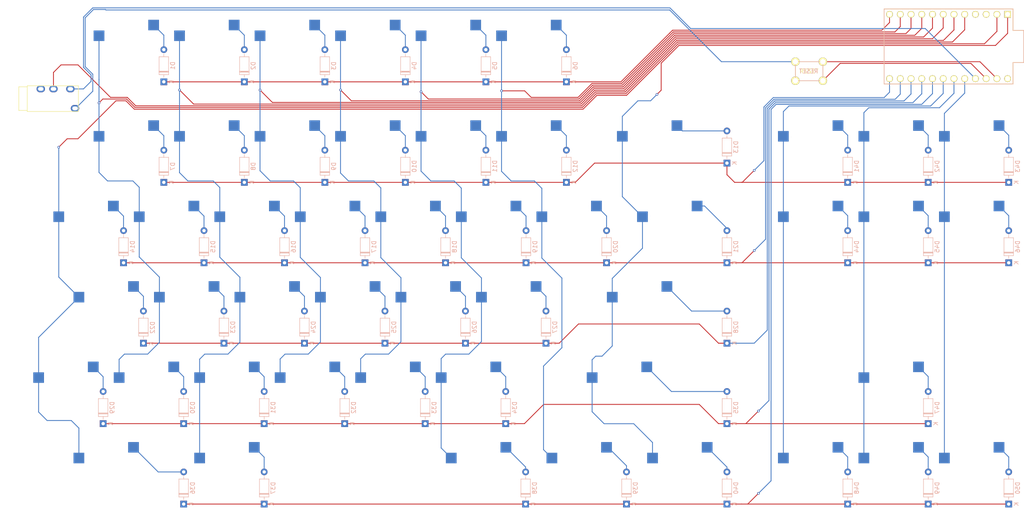
<source format=kicad_pcb>
(kicad_pcb (version 20221018) (generator pcbnew)
  (layers (0 "F.Cu" signal) (31 "B.Cu" signal) (34 "B.Paste" user) (35 "F.Paste" user) (36 "B.SilkS" user "B.Silkscreen") (37 "F.SilkS" user "F.Silkscreen") (38 "B.Mask" user) (39 "F.Mask" user) (44 "Edge.Cuts" user))
  (net 0 "")
  (net 5 "row6")
  (net 6 "row5")
  (net 7 "row4")
  (net 8 "row3")
  (net 9 "row2")
  (net 10 "row1")
  (net 11 "col9")
  (net 12 "col8")
  (net 13 "col7")
  (net 14 "col6")
  (net 15 "col5")
  (net 16 "col4")
  (net 17 "col3")
  (net 18 "col2")
  (net 19 "col11")
  (net 20 "col10")
  (net 21 "col1")
  (net 22 "VCC")
  (net 23 "SCL")
  (net 24 "RESET")
  (net 25 "Net-(D9-A)")
  (net 26 "Net-(D8-A)")
  (net 27 "Net-(D7-A)")
  (net 28 "Net-(D6-A)")
  (net 29 "Net-(D50-A)")
  (net 30 "Net-(D5-A)")
  (net 31 "Net-(D49-A)")
  (net 32 "Net-(D48-A)")
  (net 33 "Net-(D47-A)")
  (net 34 "Net-(D46-A)")
  (net 35 "Net-(D45-A)")
  (net 36 "Net-(D44-A)")
  (net 37 "Net-(D43-A)")
  (net 38 "Net-(D42-A)")
  (net 39 "Net-(D41-A)")
  (net 40 "Net-(D40-A)")
  (net 41 "Net-(D4-A)")
  (net 42 "Net-(D39-A)")
  (net 43 "Net-(D38-A)")
  (net 44 "Net-(D37-A)")
  (net 45 "Net-(D36-A)")
  (net 46 "Net-(D35-A)")
  (net 47 "Net-(D34-A)")
  (net 48 "Net-(D33-A)")
  (net 49 "Net-(D32-A)")
  (net 50 "Net-(D31-A)")
  (net 51 "Net-(D30-A)")
  (net 52 "Net-(D3-A)")
  (net 53 "Net-(D29-A)")
  (net 54 "Net-(D28-A)")
  (net 55 "Net-(D27-A)")
  (net 56 "Net-(D26-A)")
  (net 57 "Net-(D25-A)")
  (net 58 "Net-(D24-A)")
  (net 59 "Net-(D23-A)")
  (net 60 "Net-(D22-A)")
  (net 61 "Net-(D21-A)")
  (net 62 "Net-(D20-A)")
  (net 63 "Net-(D2-A)")
  (net 64 "Net-(D19-A)")
  (net 65 "Net-(D18-A)")
  (net 66 "Net-(D17-A)")
  (net 67 "Net-(D16-A)")
  (net 68 "Net-(D15-A)")
  (net 69 "Net-(D14-A)")
  (net 70 "Net-(D13-A)")
  (net 71 "Net-(D12-A)")
  (net 72 "Net-(D11-A)")
  (net 73 "Net-(D10-A)")
  (net 74 "Net-(D1-A)")
  (net 75 "GND")
  (footprint "MX_Only:MXOnly-1U-Hotswap" (layer "F.Cu") (at 103.1875 80.01)
    (fp_text reference "MX17")
    (fp_text value "MX-NoLED")
  )
  (footprint "MX_Only:MXOnly-1.5U-Hotswap" (layer "F.Cu") (at 184.15 80.01)
    (fp_text reference "MX21")
    (fp_text value "MX-NoLED")
  )
  (footprint "MX_Only:MXOnly-1U-Hotswap" (layer "F.Cu") (at 117.475 118.11)
    (fp_text reference "MX33")
    (fp_text value "MX-NoLED")
  )
  (footprint "MX_Only:MXOnly-1U-Hotswap" (layer "F.Cu") (at 74.6125 60.96)
    (fp_text reference "MX8")
    (fp_text value "MX-NoLED")
  )
  (footprint "MX_Only:MXOnly-2U-Hotswap" (layer "F.Cu") (at 50.8 137.16)
    (fp_text reference "MX36")
    (fp_text value "MX-NoLED")
  )
  (footprint "MX_Only:MXOnly-1U-Hotswap" (layer "F.Cu") (at 236.5375 60.96)
    (fp_text reference "MX42")
    (fp_text value "MX-NoLED")
  )
  (footprint "MX_Only:MXOnly-1U-Hotswap" (layer "F.Cu") (at 255.5875 80.01)
    (fp_text reference "MX46")
    (fp_text value "MX-NoLED")
  )
  (footprint "MX_Only:MXOnly-1U-Hotswap" (layer "F.Cu") (at 98.425 118.11)
    (fp_text reference "MX32")
    (fp_text value "MX-NoLED")
  )
  (footprint "MX_Only:MXOnly-1U-Hotswap" (layer "F.Cu") (at 69.85 99.06)
    (fp_text reference "MX23")
    (fp_text value "MX-NoLED")
  )
  (footprint "MX_Only:MXOnly-1U-Hotswap" (layer "F.Cu") (at 79.375 137.16)
    (fp_text reference "MX37")
    (fp_text value "MX-NoLED")
  )
  (footprint "MX_Only:MXOnly-1U-Hotswap" (layer "F.Cu") (at 236.5375 80.01)
    (fp_text reference "MX45")
    (fp_text value "MX-NoLED")
  )
  (footprint "MX_Only:MXOnly-1U-Hotswap" (layer "F.Cu") (at 146.05 99.06)
    (fp_text reference "MX27")
    (fp_text value "MX-NoLED")
  )
  (footprint "MX_Only:MXOnly-1U-Hotswap" (layer "F.Cu") (at 112.7125 37.1475)
    (fp_text reference "MX4")
    (fp_text value "MX-NoLED")
  )
  (footprint "MX_Only:MXOnly-2U-Hotswap" (layer "F.Cu") (at 179.3875 60.96)
    (fp_text reference "MX13")
    (fp_text value "MX-NoLED")
  )
  (footprint "MX_Only:MXOnly-1U-Hotswap" (layer "F.Cu") (at 41.275 118.11)
    (fp_text reference "MX29")
    (fp_text value "MX-NoLED")
  )
  (footprint "MX_Only:MXOnly-1U-Hotswap" (layer "F.Cu") (at 122.2375 80.01)
    (fp_text reference "MX18")
    (fp_text value "MX-NoLED")
  )
  (footprint "MX_Only:MXOnly-1U-Hotswap" (layer "F.Cu") (at 160.3375 80.01)
    (fp_text reference "MX20")
    (fp_text value "MX-NoLED")
  )
  (footprint "MX_Only:MXOnly-1U-Hotswap" (layer "F.Cu") (at 217.4875 137.16)
    (fp_text reference "MX48")
    (fp_text value "MX-NoLED")
  )
  (footprint "promicro:ProMicro" (layer "F.Cu") (at 249.5 37.1475 180)
    (fp_text reference "U1" hide)
    (fp_text value "ProMicro")
  )
  (footprint "MX_Only:MXOnly-1U-Hotswap" (layer "F.Cu") (at 93.6625 60.96)
    (fp_text reference "MX9")
    (fp_text value "MX-NoLED")
  )
  (footprint "MX_Only:MXOnly-1U-Hotswap" (layer "F.Cu") (at 141.2875 80.01)
    (fp_text reference "MX19")
    (fp_text value "MX-NoLED")
  )
  (footprint "MX_Only:MXOnly-1U-Hotswap" (layer "F.Cu") (at 107.95 99.06)
    (fp_text reference "MX25")
    (fp_text value "MX-NoLED")
  )
  (footprint "MX_Only:MXOnly-1U-Hotswap" (layer "F.Cu") (at 127 99.06)
    (fp_text reference "MX26")
    (fp_text value "MX-NoLED")
  )
  (footprint "MX_Only:MXOnly-1U-Hotswap" (layer "F.Cu") (at 93.6625 37.1475)
    (fp_text reference "MX3")
    (fp_text value "MX-NoLED")
  )
  (footprint "MX_Only:MXOnly-1U-Hotswap" (layer "F.Cu") (at 79.375 118.11)
    (fp_text reference "MX31")
    (fp_text value "MX-NoLED")
  )
  (footprint "MX_Only:MXOnly-1U-Hotswap" (layer "F.Cu") (at 112.7125 60.96)
    (fp_text reference "MX10")
    (fp_text value "MX-NoLED")
  )
  (footprint "MX_Only:MXOnly-1U-Hotswap" (layer "F.Cu") (at 236.5375 137.16)
    (fp_text reference "MX49")
    (fp_text value "MX-NoLED")
  )
  (footprint "MX_Only:MXOnly-1U-Hotswap" (layer "F.Cu") (at 131.7625 60.96)
    (fp_text reference "MX11")
    (fp_text value "MX-NoLED")
  )
  (footprint "MX_Only:MXOnly-2.25U-Hotswap" (layer "F.Cu") (at 177.00625 99.06)
    (fp_text reference "MX28")
    (fp_text value "MX-NoLED")
  )
  (footprint "MX_Only:MXOnly-1U-Hotswap" (layer "F.Cu") (at 150.8125 60.96)
    (fp_text reference "MX12")
    (fp_text value "MX-NoLED")
  )
  (footprint "MX_Only:MXOnly-1U-Hotswap" (layer "F.Cu") (at 217.4875 80.01)
    (fp_text reference "MX44")
    (fp_text value "MX-NoLED")
  )
  (footprint "MX_Only:MXOnly-1.25U-Hotswap" (layer "F.Cu") (at 186.53125 137.16)
    (fp_text reference "MX40")
    (fp_text value "MX-NoLED")
  )
  (footprint "MX_Only:MXOnly-1U-Hotswap" (layer "F.Cu") (at 50.8 99.06)
    (fp_text reference "MX22")
    (fp_text value "MX-NoLED")
  )
  (footprint "MX_Only:MXOnly-1U-Hotswap" (layer "F.Cu") (at 46.0375 80.01)
    (fp_text reference "MX14")
    (fp_text value "MX-NoLED")
  )
  (footprint "MX_Only:MXOnly-2.75U-Hotswap" (layer "F.Cu") (at 172.24375 118.11)
    (fp_text reference "MX35")
    (fp_text value "MX-NoLED")
  )
  (footprint "MX_Only:MXOnly-1U-Hotswap" (layer "F.Cu") (at 88.9 99.06)
    (fp_text reference "MX24")
    (fp_text value "MX-NoLED")
  )
  (footprint "MX_Only:MXOnly-1U-Hotswap" (layer "F.Cu") (at 255.5875 60.96)
    (fp_text reference "MX43")
    (fp_text value "MX-NoLED")
  )
  (footprint "MX_Only:MXOnly-1.25U-Hotswap" (layer "F.Cu") (at 138.90625 137.16)
    (fp_text reference "MX38")
    (fp_text value "MX-NoLED")
  )
  (footprint "MX_Only:MXOnly-1U-Hotswap" (layer "F.Cu") (at 55.5625 60.96)
    (fp_text reference "MX7")
    (fp_text value "MX-NoLED")
  )
  (footprint "reset:ResetSW_4P" (layer "F.Cu") (at 216.5 43 180)
    (fp_text reference "RESET1" hide)
    (fp_text value "SW_Push")
  )
  (footprint "MX_Only:MXOnly-1U-Hotswap" (layer "F.Cu") (at 60.325 118.11)
    (fp_text reference "MX30")
    (fp_text value "MX-NoLED")
  )
  (footprint "pj320:TRRS-PJ-320A" (layer "F.Cu") (at 31.5 49.5 90)
    (fp_text reference "U2")
    (fp_text value "PJ-320A")
  )
  (footprint "MX_Only:MXOnly-1U-Hotswap" (layer "F.Cu") (at 217.4875 60.96)
    (fp_text reference "MX41")
    (fp_text value "MX-NoLED")
  )
  (footprint "MX_Only:MXOnly-1U-Hotswap" (layer "F.Cu") (at 136.525 118.11)
    (fp_text reference "MX34")
    (fp_text value "MX-NoLED")
  )
  (footprint "MX_Only:MXOnly-1U-Hotswap" (layer "F.Cu") (at 236.5375 118.11)
    (fp_text reference "MX47")
    (fp_text value "MX-NoLED")
  )
  (footprint "MX_Only:MXOnly-1U-Hotswap" (layer "F.Cu") (at 74.6125 37.1475)
    (fp_text reference "MX2")
    (fp_text value "MX-NoLED")
  )
  (footprint "MX_Only:MXOnly-1U-Hotswap" (layer "F.Cu") (at 150.8125 37.1475)
    (fp_text reference "MX6")
    (fp_text value "MX-NoLED")
  )
  (footprint "MX_Only:MXOnly-1.25U-Hotswap" (layer "F.Cu") (at 162.71875 137.16)
    (fp_text reference "MX39")
    (fp_text value "MX-NoLED")
  )
  (footprint "MX_Only:MXOnly-1U-Hotswap" (layer "F.Cu") (at 131.7625 37.1475)
    (fp_text reference "MX5")
    (fp_text value "MX-NoLED")
  )
  (footprint "MX_Only:MXOnly-1U-Hotswap" (layer "F.Cu") (at 65.0875 80.01)
    (fp_text reference "MX15")
    (fp_text value "MX-NoLED")
  )
  (footprint "MX_Only:MXOnly-1U-Hotswap" (layer "F.Cu") (at 55.5625 37.1475)
    (fp_text reference "MX1")
    (fp_text value "MX-NoLED")
  )
  (footprint "MX_Only:MXOnly-1U-Hotswap" (layer "F.Cu") (at 84.1375 80.01)
    (fp_text reference "MX16")
    (fp_text value "MX-NoLED")
  )
  (footprint "MX_Only:MXOnly-1U-Hotswap" (layer "F.Cu") (at 255.5875 137.16)
    (fp_text reference "MX50")
    (fp_text value "MX-NoLED")
  )
  (footprint "Diode_THT:D_DO-35_SOD27_P7.62mm_Horizontal" (layer "B.Cu") (at 87.5625 145.53 90)
    (fp_text reference "D37")
    (fp_text value "1N4148")
  )
  (footprint "Diode_THT:D_DO-35_SOD27_P7.62mm_Horizontal" (layer "B.Cu") (at 244.6775 145.53 90)
    (fp_text reference "D49")
    (fp_text value "1N4148")
  )
  (footprint "Diode_THT:D_DO-35_SOD27_P7.62mm_Horizontal" (layer "B.Cu") (at 135.1875 107.43 90)
    (fp_text reference "D26")
    (fp_text value "1N4148")
  )
  (footprint "Diode_THT:D_DO-35_SOD27_P7.62mm_Horizontal" (layer "B.Cu") (at 263.7275 69.33 90)
    (fp_text reference "D43")
    (fp_text value "1N4148")
  )
  (footprint "Diode_THT:D_DO-35_SOD27_P7.62mm_Horizontal" (layer "B.Cu") (at 82.8625 69.33 90)
    (fp_text reference "D8")
    (fp_text value "1N4148")
  )
  (footprint "Diode_THT:D_DO-35_SOD27_P7.62mm_Horizontal" (layer "B.Cu") (at 82.8625 45.5175 90)
    (fp_text reference "D2")
    (fp_text value "1N4148")
  )
  (footprint "Diode_THT:D_DO-35_SOD27_P7.62mm_Horizontal" (layer "B.Cu") (at 54.2875 88.38 90)
    (fp_text reference "D14")
    (fp_text value "1N4148")
  )
  (footprint "Diode_THT:D_DO-35_SOD27_P7.62mm_Horizontal" (layer "B.Cu") (at 130.4725 88.38 90)
    (fp_text reference "D18")
    (fp_text value "1N4148")
  )
  (footprint "Diode_THT:D_DO-35_SOD27_P7.62mm_Horizontal" (layer "B.Cu") (at 63.8125 45.5175 90)
    (fp_text reference "D1")
    (fp_text value "1N4148")
  )
  (footprint "Diode_THT:D_DO-35_SOD27_P7.62mm_Horizontal" (layer "B.Cu") (at 101.9125 45.5175 90)
    (fp_text reference "D3")
    (fp_text value "1N4148")
  )
  (footprint "Diode_THT:D_DO-35_SOD27_P7.62mm_Horizontal" (layer "B.Cu") (at 116.1375 107.43 90)
    (fp_text reference "D25")
    (fp_text value "1N4148")
  )
  (footprint "Diode_THT:D_DO-35_SOD27_P7.62mm_Horizontal" (layer "B.Cu") (at 106.6125 126.48 90)
    (fp_text reference "D32")
    (fp_text value "1N4148")
  )
  (footprint "Diode_THT:D_DO-35_SOD27_P7.62mm_Horizontal" (layer "B.Cu") (at 225.6275 69.33 90)
    (fp_text reference "D41")
    (fp_text value "1N4148")
  )
  (footprint "Diode_THT:D_DO-35_SOD27_P7.62mm_Horizontal" (layer "B.Cu") (at 97.0875 107.43 90)
    (fp_text reference "D24")
    (fp_text value "1N4148")
  )
  (footprint "Diode_THT:D_DO-35_SOD27_P7.62mm_Horizontal" (layer "B.Cu") (at 149.5225 88.38 90)
    (fp_text reference "D19")
    (fp_text value "1N4148")
  )
  (footprint "Diode_THT:D_DO-35_SOD27_P7.62mm_Horizontal" (layer "B.Cu") (at 120.9625 69.33 90)
    (fp_text reference "D10")
    (fp_text value "1N4148")
  )
  (footprint "Diode_THT:D_DO-35_SOD27_P7.62mm_Horizontal" (layer "B.Cu") (at 173.2875 145.53 90)
    (fp_text reference "D39")
    (fp_text value "1N4148")
  )
  (footprint "Diode_THT:D_DO-35_SOD27_P7.62mm_Horizontal" (layer "B.Cu") (at 263.7275 88.38 90)
    (fp_text reference "D46")
    (fp_text value "1N4148")
  )
  (footprint "Diode_THT:D_DO-35_SOD27_P7.62mm_Horizontal" (layer "B.Cu") (at 120.9625 45.5175 90)
    (fp_text reference "D4")
    (fp_text value "1N4148")
  )
  (footprint "Diode_THT:D_DO-35_SOD27_P7.62mm_Horizontal" (layer "B.Cu") (at 197.0525 88.38 90)
    (fp_text reference "D21")
    (fp_text value "1N4148")
  )
  (footprint "Diode_THT:D_DO-35_SOD27_P7.62mm_Horizontal" (layer "B.Cu") (at 197.0525 145.53 90)
    (fp_text reference "D40")
    (fp_text value "1N4148")
  )
  (footprint "Diode_THT:D_DO-35_SOD27_P7.62mm_Horizontal" (layer "B.Cu") (at 263.7275 145.53 90)
    (fp_text reference "D50")
    (fp_text value "1N4148")
  )
  (footprint "Diode_THT:D_DO-35_SOD27_P7.62mm_Horizontal" (layer "B.Cu") (at 149.4275 145.53 90)
    (fp_text reference "D38")
    (fp_text value "1N4148")
  )
  (footprint "Diode_THT:D_DO-35_SOD27_P7.62mm_Horizontal" (layer "B.Cu") (at 125.6625 126.48 90)
    (fp_text reference "D33")
    (fp_text value "1N4148")
  )
  (footprint "Diode_THT:D_DO-35_SOD27_P7.62mm_Horizontal" (layer "B.Cu") (at 168.5775 88.38 90)
    (fp_text reference "D20")
    (fp_text value "1N4148")
  )
  (footprint "Diode_THT:D_DO-35_SOD27_P7.62mm_Horizontal" (layer "B.Cu") (at 244.6775 126.48 90)
    (fp_text reference "D47")
    (fp_text value "1N4148")
  )
  (footprint "Diode_THT:D_DO-35_SOD27_P7.62mm_Horizontal" (layer "B.Cu") (at 197.0525 64.77 90)
    (fp_text reference "D13")
    (fp_text value "1N4148")
  )
  (footprint "Diode_THT:D_DO-35_SOD27_P7.62mm_Horizontal" (layer "B.Cu") (at 92.3725 88.38 90)
    (fp_text reference "D16")
    (fp_text value "1N4148")
  )
  (footprint "Diode_THT:D_DO-35_SOD27_P7.62mm_Horizontal" (layer "B.Cu") (at 68.5125 126.48 90)
    (fp_text reference "D30")
    (fp_text value "1N4148")
  )
  (footprint "Diode_THT:D_DO-35_SOD27_P7.62mm_Horizontal" (layer "B.Cu") (at 87.5625 126.48 90)
    (fp_text reference "D31")
    (fp_text value "1N4148")
  )
  (footprint "Diode_THT:D_DO-35_SOD27_P7.62mm_Horizontal" (layer "B.Cu") (at 111.4225 88.38 90)
    (fp_text reference "D17")
    (fp_text value "1N4148")
  )
  (footprint "Diode_THT:D_DO-35_SOD27_P7.62mm_Horizontal" (layer "B.Cu") (at 197.0525 126.48 90)
    (fp_text reference "D35")
    (fp_text value "1N4148")
  )
  (footprint "Diode_THT:D_DO-35_SOD27_P7.62mm_Horizontal" (layer "B.Cu") (at 73.3225 88.38 90)
    (fp_text reference "D15")
    (fp_text value "1N4148")
  )
  (footprint "Diode_THT:D_DO-35_SOD27_P7.62mm_Horizontal" (layer "B.Cu") (at 78.0375 107.43 90)
    (fp_text reference "D23")
    (fp_text value "1N4148")
  )
  (footprint "Diode_THT:D_DO-35_SOD27_P7.62mm_Horizontal" (layer "B.Cu") (at 225.6275 88.38 90)
    (fp_text reference "D44")
    (fp_text value "1N4148")
  )
  (footprint "Diode_THT:D_DO-35_SOD27_P7.62mm_Horizontal" (layer "B.Cu") (at 140.0125 69.33 90)
    (fp_text reference "D11")
    (fp_text value "1N4148")
  )
  (footprint "Diode_THT:D_DO-35_SOD27_P7.62mm_Horizontal" (layer "B.Cu") (at 68.5125 145.53 90)
    (fp_text reference "D36")
    (fp_text value "1N4148")
  )
  (footprint "Diode_THT:D_DO-35_SOD27_P7.62mm_Horizontal" (layer "B.Cu") (at 159.0625 45.5175 90)
    (fp_text reference "D6")
    (fp_text value "1N4148")
  )
  (footprint "Diode_THT:D_DO-35_SOD27_P7.62mm_Horizontal" (layer "B.Cu") (at 154.2375 107.43 90)
    (fp_text reference "D27")
    (fp_text value "1N4148")
  )
  (footprint "Diode_THT:D_DO-35_SOD27_P7.62mm_Horizontal" (layer "B.Cu") (at 244.6775 88.38 90)
    (fp_text reference "D45")
    (fp_text value "1N4148")
  )
  (footprint "Diode_THT:D_DO-35_SOD27_P7.62mm_Horizontal" (layer "B.Cu") (at 159.0625 69.33 90)
    (fp_text reference "D12")
    (fp_text value "1N4148")
  )
  (footprint "Diode_THT:D_DO-35_SOD27_P7.62mm_Horizontal" (layer "B.Cu") (at 225.6275 145.53 90)
    (fp_text reference "D48")
    (fp_text value "1N4148")
  )
  (footprint "Diode_THT:D_DO-35_SOD27_P7.62mm_Horizontal" (layer "B.Cu") (at 144.7125 126.48 90)
    (fp_text reference "D34")
    (fp_text value "1N4148")
  )
  (footprint "Diode_THT:D_DO-35_SOD27_P7.62mm_Horizontal" (layer "B.Cu") (at 140.0125 45.5175 90)
    (fp_text reference "D5")
    (fp_text value "1N4148")
  )
  (footprint "Diode_THT:D_DO-35_SOD27_P7.62mm_Horizontal" (layer "B.Cu") (at 49.4625 126.48 90)
    (fp_text reference "D29")
    (fp_text value "1N4148")
  )
  (footprint "Diode_THT:D_DO-35_SOD27_P7.62mm_Horizontal" (layer "B.Cu") (at 244.6775 69.33 90)
    (fp_text reference "D42")
    (fp_text value "1N4148")
  )
  (footprint "Diode_THT:D_DO-35_SOD27_P7.62mm_Horizontal" (layer "B.Cu") (at 197.0525 107.43 90)
    (fp_text reference "D28")
    (fp_text value "1N4148")
  )
  (footprint "Diode_THT:D_DO-35_SOD27_P7.62mm_Horizontal" (layer "B.Cu") (at 63.8125 69.33 90)
    (fp_text reference "D7")
    (fp_text value "1N4148")
  )
  (footprint "Diode_THT:D_DO-35_SOD27_P7.62mm_Horizontal" (layer "B.Cu") (at 101.9125 69.33 90)
    (fp_text reference "D9")
    (fp_text value "1N4148")
  )
  (footprint "Diode_THT:D_DO-35_SOD27_P7.62mm_Horizontal" (layer "B.Cu") (at 58.9875 107.43 90)
    (fp_text reference "D22")
    (fp_text value "1N4148")
  )
  (segment (start 200.5 145.53) (end 68.5125 145.53) (width 0.2) (layer "F.Cu") (net 5))
  (segment (start 263.7275 145.53) (end 200.5 145.53) (width 0.2) (layer "F.Cu") (net 5))
  (segment (start 204.5 143) (end 201.97 145.53) (width 0.2) (layer "F.Cu") (net 5))
  (via (at 204.5 143) (size 0.6) (drill 0.3) (layers "F.Cu" "B.Cu") (net 5))
  (segment (start 245.69 48.31) (end 245.69 44.7675) (width 0.2) (layer "B.Cu") (net 5))
  (segment (start 243.15 50.85) (end 245.69 48.31) (width 0.2) (layer "B.Cu") (net 5))
  (segment (start 204.5 143) (end 207.5 140) (width 0.2) (layer "B.Cu") (net 5))
  (segment (start 207.5 52.042744) (end 208.692744 50.85) (width 0.2) (layer "B.Cu") (net 5))
  (segment (start 208.692744 50.85) (end 243.15 50.85) (width 0.2) (layer "B.Cu") (net 5))
  (segment (start 207.5 140) (end 207.5 52.042744) (width 0.2) (layer "B.Cu") (net 5))
  (segment (start 153.69375 121.92) (end 149.13375 126.48) (width 0.2) (layer "F.Cu") (net 6))
  (segment (start 244.6775 126.48) (end 197.0525 126.48) (width 0.2) (layer "F.Cu") (net 6))
  (segment (start 190.5 121.92) (end 153.69375 121.92) (width 0.2) (layer "F.Cu") (net 6))
  (segment (start 204.5 123.5) (end 201.52 126.48) (width 0.2) (layer "F.Cu") (net 6))
  (segment (start 197.0525 126.48) (end 195.06 126.48) (width 0.2) (layer "F.Cu") (net 6))
  (segment (start 49.4625 126.48) (end 144.7125 126.48) (width 0.2) (layer "F.Cu") (net 6))
  (segment (start 149.13375 126.48) (end 144.7125 126.48) (width 0.2) (layer "F.Cu") (net 6))
  (segment (start 195.06 126.48) (end 190.5 121.92) (width 0.2) (layer "F.Cu") (net 6))
  (via (at 204.5 123.5) (size 0.6) (drill 0.3) (layers "F.Cu" "B.Cu") (net 6))
  (segment (start 207 121) (end 207 51.977058) (width 0.2) (layer "B.Cu") (net 6))
  (segment (start 208.527058 50.45) (end 241.05 50.45) (width 0.2) (layer "B.Cu") (net 6))
  (segment (start 204.5 123.5) (end 207 121) (width 0.2) (layer "B.Cu") (net 6))
  (segment (start 241.05 50.45) (end 243.15 48.35) (width 0.2) (layer "B.Cu") (net 6))
  (segment (start 207 51.977058) (end 208.527058 50.45) (width 0.2) (layer "B.Cu") (net 6))
  (segment (start 243.15 48.35) (end 243.15 44.7675) (width 0.2) (layer "B.Cu") (net 6))
  (segment (start 157.365 107.43) (end 161.925 102.87) (width 0.2) (layer "F.Cu") (net 7))
  (segment (start 161.925 102.87) (end 190.5 102.87) (width 0.2) (layer "F.Cu") (net 7))
  (segment (start 195.06 107.43) (end 197.0525 107.43) (width 0.2) (layer "F.Cu") (net 7))
  (segment (start 58.9875 107.43) (end 154.2375 107.43) (width 0.2) (layer "F.Cu") (net 7))
  (segment (start 190.5 102.87) (end 195.06 107.43) (width 0.2) (layer "F.Cu") (net 7))
  (segment (start 154.2375 107.43) (end 157.365 107.43) (width 0.2) (layer "F.Cu") (net 7))
  (segment (start 203.5 107.43) (end 197.0525 107.43) (width 0.2) (layer "B.Cu") (net 7))
  (segment (start 238.95 50.05) (end 208.361372 50.05) (width 0.2) (layer "B.Cu") (net 7))
  (segment (start 208.361372 50.05) (end 206.6 51.811372) (width 0.2) (layer "B.Cu") (net 7))
  (segment (start 240.61 44.7675) (end 240.61 48.39) (width 0.2) (layer "B.Cu") (net 7))
  (segment (start 206.6 104.33) (end 203.5 107.43) (width 0.2) (layer "B.Cu") (net 7))
  (segment (start 240.61 48.39) (end 238.95 50.05) (width 0.2) (layer "B.Cu") (net 7))
  (segment (start 206.6 51.811372) (end 206.6 104.33) (width 0.2) (layer "B.Cu") (net 7))
  (segment (start 200.62 88.38) (end 203.5 85.5) (width 0.2) (layer "F.Cu") (net 8))
  (segment (start 263.7275 88.38) (end 54.2875 88.38) (width 0.2) (layer "F.Cu") (net 8))
  (via (at 203.5 85.5) (size 0.6) (drill 0.3) (layers "F.Cu" "B.Cu") (net 8))
  (segment (start 206.2 51.645686) (end 208.195686 49.65) (width 0.2) (layer "B.Cu") (net 8))
  (segment (start 203.5 85.5) (end 206.2 82.8) (width 0.2) (layer "B.Cu") (net 8))
  (segment (start 236.85 49.65) (end 238.07 48.43) (width 0.2) (layer "B.Cu") (net 8))
  (segment (start 208.195686 49.65) (end 236.85 49.65) (width 0.2) (layer "B.Cu") (net 8))
  (segment (start 238.07 48.43) (end 238.07 44.7675) (width 0.2) (layer "B.Cu") (net 8))
  (segment (start 206.2 82.8) (end 206.2 51.645686) (width 0.2) (layer "B.Cu") (net 8))
  (segment (start 165.735 64.77) (end 197.0525 64.77) (width 0.2) (layer "F.Cu") (net 9))
  (segment (start 200.5 69.33) (end 200.67 69.33) (width 0.2) (layer "F.Cu") (net 9))
  (segment (start 263.7275 69.33) (end 225.6275 69.33) (width 0.2) (layer "F.Cu") (net 9))
  (segment (start 197.0525 67.5125) (end 197.0525 64.77) (width 0.2) (layer "F.Cu") (net 9))
  (segment (start 159.0625 69.33) (end 161.175 69.33) (width 0.2) (layer "F.Cu") (net 9))
  (segment (start 63.8125 69.33) (end 159.0625 69.33) (width 0.2) (layer "F.Cu") (net 9))
  (segment (start 200.67 69.33) (end 203.5 66.5) (width 0.2) (layer "F.Cu") (net 9))
  (segment (start 198.87 69.33) (end 197.0525 67.5125) (width 0.2) (layer "F.Cu") (net 9))
  (segment (start 200.5 69.33) (end 198.87 69.33) (width 0.2) (layer "F.Cu") (net 9))
  (segment (start 225.6275 69.33) (end 200.5 69.33) (width 0.2) (layer "F.Cu") (net 9))
  (segment (start 161.175 69.33) (end 165.735 64.77) (width 0.2) (layer "F.Cu") (net 9))
  (via (at 203.5 66.5) (size 0.6) (drill 0.3) (layers "F.Cu" "B.Cu") (net 9))
  (segment (start 205.8 51.48) (end 208.03 49.25) (width 0.2) (layer "B.Cu") (net 9))
  (segment (start 234.25 49.25) (end 235.53 47.97) (width 0.2) (layer "B.Cu") (net 9))
  (segment (start 235.53 47.97) (end 235.53 44.7675) (width 0.2) (layer "B.Cu") (net 9))
  (segment (start 208.03 49.25) (end 234.25 49.25) (width 0.2) (layer "B.Cu") (net 9))
  (segment (start 203.5 66.5) (end 205.8 64.2) (width 0.2) (layer "B.Cu") (net 9))
  (segment (start 205.8 64.2) (end 205.8 51.48) (width 0.2) (layer "B.Cu") (net 9))
  (segment (start 171.976672 45.5175) (end 183.494172 34) (width 0.2) (layer "F.Cu") (net 10))
  (segment (start 235.53 31.47) (end 235.53 29.5275) (width 0.2) (layer "F.Cu") (net 10))
  (segment (start 63.8125 45.5175) (end 159.0625 45.5175) (width 0.2) (layer "F.Cu") (net 10))
  (segment (start 233.7 33.3) (end 235.53 31.47) (width 0.2) (layer "F.Cu") (net 10))
  (segment (start 159.0625 45.5175) (end 171.976672 45.5175) (width 0.2) (layer "F.Cu") (net 10))
  (segment (start 184.194178 33.3) (end 233.7 33.3) (width 0.2) (layer "F.Cu") (net 10))
  (segment (start 183.494177 34) (end 184.194178 33.3) (width 0.2) (layer "F.Cu") (net 10))
  (segment (start 183.494172 34) (end 183.494177 34) (width 0.2) (layer "F.Cu") (net 10))
  (segment (start 211.72 51.25) (end 245.25 51.25) (width 0.2) (layer "B.Cu") (net 11))
  (segment (start 210.4025 52.5675) (end 211.72 51.25) (width 0.2) (layer "B.Cu") (net 11))
  (segment (start 210.4025 58.42) (end 210.4025 52.5675) (width 0.2) (layer "B.Cu") (net 11))
  (segment (start 248.23 48.27) (end 248.23 44.7675) (width 0.2) (layer "B.Cu") (net 11))
  (segment (start 210.4025 134.62) (end 210.4025 58.42) (width 0.2) (layer "B.Cu") (net 11))
  (segment (start 245.25 51.25) (end 248.23 48.27) (width 0.2) (layer "B.Cu") (net 11))
  (segment (start 185.685347 36.9) (end 260.6 36.9) (width 0.2) (layer "F.Cu") (net 12))
  (segment (start 180.5 48.5) (end 181.5 47.5) (width 0.2) (layer "F.Cu") (net 12))
  (segment (start 260.6 36.9) (end 263.47 34.03) (width 0.2) (layer "F.Cu") (net 12))
  (segment (start 181.5 47.5) (end 181.5 41.085346) (width 0.2) (layer "F.Cu") (net 12))
  (segment (start 181.5 41.085346) (end 185.685347 36.9) (width 0.2) (layer "F.Cu") (net 12))
  (segment (start 263.47 34.03) (end 263.47 29.5275) (width 0.2) (layer "F.Cu") (net 12))
  (via (at 180.5 48.5) (size 0.6) (drill 0.3) (layers "F.Cu" "B.Cu") (net 12))
  (segment (start 169.92125 96.52) (end 169.92125 92.07875) (width 0.2) (layer "B.Cu") (net 12))
  (segment (start 165.15875 123.65875) (end 168 126.5) (width 0.2) (layer "B.Cu") (net 12))
  (segment (start 175 126.5) (end 179.44625 130.94625) (width 0.2) (layer "B.Cu") (net 12))
  (segment (start 172.3025 72.7075) (end 177.065 77.47) (width 0.2) (layer "B.Cu") (net 12))
  (segment (start 165.15875 111.34125) (end 166 110.5) (width 0.2) (layer "B.Cu") (net 12))
  (segment (start 169.92125 108.07875) (end 169.92125 96.52) (width 0.2) (layer "B.Cu") (net 12))
  (segment (start 172.3025 58.42) (end 172.3025 72.7075) (width 0.2) (layer "B.Cu") (net 12))
  (segment (start 165.15875 115.57) (end 165.15875 111.34125) (width 0.2) (layer "B.Cu") (net 12))
  (segment (start 177.065 84.935) (end 177.065 77.47) (width 0.2) (layer "B.Cu") (net 12))
  (segment (start 165.15875 115.57) (end 165.15875 123.65875) (width 0.2) (layer "B.Cu") (net 12))
  (segment (start 176 50) (end 172.3025 53.6975) (width 0.2) (layer "B.Cu") (net 12))
  (segment (start 180.5 48.5) (end 179 50) (width 0.2) (layer "B.Cu") (net 12))
  (segment (start 179 50) (end 176 50) (width 0.2) (layer "B.Cu") (net 12))
  (segment (start 166 110.5) (end 167.5 110.5) (width 0.2) (layer "B.Cu") (net 12))
  (segment (start 169.92125 92.07875) (end 177.065 84.935) (width 0.2) (layer "B.Cu") (net 12))
  (segment (start 168 126.5) (end 175 126.5) (width 0.2) (layer "B.Cu") (net 12))
  (segment (start 172.3025 53.6975) (end 172.3025 58.42) (width 0.2) (layer "B.Cu") (net 12))
  (segment (start 179.44625 130.94625) (end 179.44625 134.62) (width 0.2) (layer "B.Cu") (net 12))
  (segment (start 167.5 110.5) (end 169.92125 108.07875) (width 0.2) (layer "B.Cu") (net 12))
  (segment (start 184.359863 33.7) (end 236.8 33.7) (width 0.2) (layer "F.Cu") (net 13))
  (segment (start 161.840203 49.2) (end 165.122703 45.9175) (width 0.2) (layer "F.Cu") (net 13))
  (segment (start 143.7275 47.65) (end 149.18875 47.65) (width 0.2) (layer "F.Cu") (net 13))
  (segment (start 150.73875 49.2) (end 161.840203 49.2) (width 0.2) (layer "F.Cu") (net 13))
  (segment (start 238.07 32.43) (end 238.07 29.5275) (width 0.2) (layer "F.Cu") (net 13))
  (segment (start 165.122703 45.9175) (end 172.142358 45.9175) (width 0.2) (layer "F.Cu") (net 13))
  (segment (start 236.8 33.7) (end 238.07 32.43) (width 0.2) (layer "F.Cu") (net 13))
  (segment (start 172.142358 45.9175) (end 184.359863 33.7) (width 0.2) (layer "F.Cu") (net 13))
  (segment (start 149.18875 47.65) (end 150.73875 49.2) (width 0.2) (layer "F.Cu") (net 13))
  (via (at 143.7275 47.65) (size 0.6) (drill 0.3) (layers "F.Cu" "B.Cu") (net 13))
  (segment (start 143.7275 47.6525) (end 143.7275 58.42) (width 0.2) (layer "B.Cu") (net 13))
  (segment (start 143.7275 66.7275) (end 146 69) (width 0.2) (layer "B.Cu") (net 13))
  (segment (start 143.725 47.65) (end 143.7275 47.6525) (width 0.2) (layer "B.Cu") (net 13))
  (segment (start 153.66 112.84) (end 158 108.5) (width 0.2) (layer "B.Cu") (net 13))
  (segment (start 155.63375 134.62) (end 153.66 132.64625) (width 0.2) (layer "B.Cu") (net 13))
  (segment (start 153.2525 70.7525) (end 153.2525 77.47) (width 0.2) (layer "B.Cu") (net 13))
  (segment (start 153.2525 87.2525) (end 153.2525 77.47) (width 0.2) (layer "B.Cu") (net 13))
  (segment (start 143.7275 47.6475) (end 143.725 47.65) (width 0.2) (layer "B.Cu") (net 13))
  (segment (start 153.66 132.64625) (end 153.66 112.84) (width 0.2) (layer "B.Cu") (net 13))
  (segment (start 158 108.5) (end 158 92) (width 0.2) (layer "B.Cu") (net 13))
  (segment (start 146 69) (end 151.5 69) (width 0.2) (layer "B.Cu") (net 13))
  (segment (start 143.7275 34.6075) (end 143.7275 47.6475) (width 0.2) (layer "B.Cu") (net 13))
  (segment (start 151.5 69) (end 153.2525 70.7525) (width 0.2) (layer "B.Cu") (net 13))
  (segment (start 158 92) (end 153.2525 87.2525) (width 0.2) (layer "B.Cu") (net 13))
  (segment (start 143.7275 58.42) (end 143.7275 66.7275) (width 0.2) (layer "B.Cu") (net 13))
  (segment (start 239.4 34.1) (end 240.61 32.89) (width 0.2) (layer "F.Cu") (net 14))
  (segment (start 162.005888 49.6) (end 165.288388 46.3175) (width 0.2) (layer "F.Cu") (net 14))
  (segment (start 240.61 32.89) (end 240.61 29.5275) (width 0.2) (layer "F.Cu") (net 14))
  (segment (start 124.6775 47.875) (end 126.4025 49.6) (width 0.2) (layer "F.Cu") (net 14))
  (segment (start 172.308044 46.3175) (end 184.525548 34.1) (width 0.2) (layer "F.Cu") (net 14))
  (segment (start 126.4025 49.6) (end 162.005888 49.6) (width 0.2) (layer "F.Cu") (net 14))
  (segment (start 165.288388 46.3175) (end 172.308044 46.3175) (width 0.2) (layer "F.Cu") (net 14))
  (segment (start 184.525548 34.1) (end 239.4 34.1) (width 0.2) (layer "F.Cu") (net 14))
  (via (at 124.6775 47.875) (size 0.6) (drill 0.3) (layers "F.Cu" "B.Cu") (net 14))
  (segment (start 130.5 110) (end 136 110) (width 0.2) (layer "B.Cu") (net 14))
  (segment (start 124.6775 47.8725) (end 124.675 47.875) (width 0.2) (layer "B.Cu") (net 14))
  (segment (start 138.965 91.965) (end 138.965 96.52) (width 0.2) (layer "B.Cu") (net 14))
  (segment (start 124.6775 58.42) (end 124.6775 66.6775) (width 0.2) (layer "B.Cu") (net 14))
  (segment (start 134.2025 70.7025) (end 134.2025 77.47) (width 0.2) (layer "B.Cu") (net 14))
  (segment (start 134.2025 77.47) (end 134.2025 87.2025) (width 0.2) (layer "B.Cu") (net 14))
  (segment (start 124.6775 34.6075) (end 124.6775 47.8725) (width 0.2) (layer "B.Cu") (net 14))
  (segment (start 124.6775 47.8775) (end 124.6775 58.42) (width 0.2) (layer "B.Cu") (net 14))
  (segment (start 129.44 115.57) (end 129.44 111.06) (width 0.2) (layer "B.Cu") (net 14))
  (segment (start 127 69) (end 132.5 69) (width 0.2) (layer "B.Cu") (net 14))
  (segment (start 129.44 132.23875) (end 131.82125 134.62) (width 0.2) (layer "B.Cu") (net 14))
  (segment (start 138.965 107.035) (end 138.965 96.52) (width 0.2) (layer "B.Cu") (net 14))
  (segment (start 129.44 115.57) (end 129.44 132.23875) (width 0.2) (layer "B.Cu") (net 14))
  (segment (start 129.44 111.06) (end 130.5 110) (width 0.2) (layer "B.Cu") (net 14))
  (segment (start 132.5 69) (end 134.2025 70.7025) (width 0.2) (layer "B.Cu") (net 14))
  (segment (start 124.6775 66.6775) (end 127 69) (width 0.2) (layer "B.Cu") (net 14))
  (segment (start 136 110) (end 138.965 107.035) (width 0.2) (layer "B.Cu") (net 14))
  (segment (start 124.675 47.875) (end 124.6775 47.8775) (width 0.2) (layer "B.Cu") (net 14))
  (segment (start 134.2025 87.2025) (end 138.965 91.965) (width 0.2) (layer "B.Cu") (net 14))
  (segment (start 184.691233 34.5) (end 241.5 34.5) (width 0.2) (layer "F.Cu") (net 15))
  (segment (start 162.171573 50) (end 165.454073 46.7175) (width 0.2) (layer "F.Cu") (net 15))
  (segment (start 243.15 32.85) (end 243.15 29.5275) (width 0.2) (layer "F.Cu") (net 15))
  (segment (start 172.47373 46.7175) (end 184.691233 34.5) (width 0.2) (layer "F.Cu") (net 15))
  (segment (start 241.5 34.5) (end 243.15 32.85) (width 0.2) (layer "F.Cu") (net 15))
  (segment (start 165.454073 46.7175) (end 172.47373 46.7175) (width 0.2) (layer "F.Cu") (net 15))
  (segment (start 105.6275 47.45) (end 108.1775 50) (width 0.2) (layer "F.Cu") (net 15))
  (segment (start 108.1775 50) (end 162.171573 50) (width 0.2) (layer "F.Cu") (net 15))
  (via (at 105.6275 47.45) (size 0.6) (drill 0.3) (layers "F.Cu" "B.Cu") (net 15))
  (segment (start 105.625 47.45) (end 105.6275 47.4525) (width 0.2) (layer "B.Cu") (net 15))
  (segment (start 119.915 91.915) (end 119.915 96.52) (width 0.2) (layer "B.Cu") (net 15))
  (segment (start 105.6275 47.4475) (end 105.625 47.45) (width 0.2) (layer "B.Cu") (net 15))
  (segment (start 113.5 69) (end 115.1525 70.6525) (width 0.2) (layer "B.Cu") (net 15))
  (segment (start 107.5 69) (end 113.5 69) (width 0.2) (layer "B.Cu") (net 15))
  (segment (start 105.6275 67.1275) (end 107.5 69) (width 0.2) (layer "B.Cu") (net 15))
  (segment (start 117 110) (end 119.915 107.085) (width 0.2) (layer "B.Cu") (net 15))
  (segment (start 111.5 110) (end 117 110) (width 0.2) (layer "B.Cu") (net 15))
  (segment (start 110.39 111.11) (end 111.5 110) (width 0.2) (layer "B.Cu") (net 15))
  (segment (start 105.6275 47.4525) (end 105.6275 58.42) (width 0.2) (layer "B.Cu") (net 15))
  (segment (start 115.1525 70.6525) (end 115.1525 77.47) (width 0.2) (layer "B.Cu") (net 15))
  (segment (start 115.1525 87.1525) (end 119.915 91.915) (width 0.2) (layer "B.Cu") (net 15))
  (segment (start 115.1525 77.47) (end 115.1525 87.1525) (width 0.2) (layer "B.Cu") (net 15))
  (segment (start 105.6275 58.42) (end 105.6275 67.1275) (width 0.2) (layer "B.Cu") (net 15))
  (segment (start 105.6275 34.6075) (end 105.6275 47.4475) (width 0.2) (layer "B.Cu") (net 15))
  (segment (start 110.39 115.57) (end 110.39 111.11) (width 0.2) (layer "B.Cu") (net 15))
  (segment (start 119.915 107.085) (end 119.915 96.52) (width 0.2) (layer "B.Cu") (net 15))
  (segment (start 86.5775 47.475) (end 89.5025 50.4) (width 0.2) (layer "F.Cu") (net 16))
  (segment (start 172.639416 47.1175) (end 184.856918 34.9) (width 0.2) (layer "F.Cu") (net 16))
  (segment (start 245.69 32.81) (end 245.69 29.5275) (width 0.2) (layer "F.Cu") (net 16))
  (segment (start 165.619758 47.1175) (end 172.639416 47.1175) (width 0.2) (layer "F.Cu") (net 16))
  (segment (start 89.5025 50.4) (end 162.337258 50.4) (width 0.2) (layer "F.Cu") (net 16))
  (segment (start 243.6 34.9) (end 245.69 32.81) (width 0.2) (layer "F.Cu") (net 16))
  (segment (start 162.337258 50.4) (end 165.619758 47.1175) (width 0.2) (layer "F.Cu") (net 16))
  (segment (start 184.856918 34.9) (end 243.6 34.9) (width 0.2) (layer "F.Cu") (net 16))
  (via (at 86.5775 47.475) (size 0.6) (drill 0.3) (layers "F.Cu" "B.Cu") (net 16))
  (segment (start 98 110) (end 100.865 107.135) (width 0.2) (layer "B.Cu") (net 16))
  (segment (start 86.575 47.475) (end 86.5775 47.4725) (width 0.2) (layer "B.Cu") (net 16))
  (segment (start 86.5775 47.4725) (end 86.5775 34.6075) (width 0.2) (layer "B.Cu") (net 16))
  (segment (start 100.865 91.865) (end 100.865 96.52) (width 0.2) (layer "B.Cu") (net 16))
  (segment (start 91.34 115.57) (end 91.34 111.16) (width 0.2) (layer "B.Cu") (net 16))
  (segment (start 86.5775 47.4775) (end 86.575 47.475) (width 0.2) (layer "B.Cu") (net 16))
  (segment (start 96.1025 77.47) (end 96.1025 87.1025) (width 0.2) (layer "B.Cu") (net 16))
  (segment (start 91.34 111.16) (end 92.5 110) (width 0.2) (layer "B.Cu") (net 16))
  (segment (start 94.5 69) (end 96.1025 70.6025) (width 0.2) (layer "B.Cu") (net 16))
  (segment (start 100.865 107.135) (end 100.865 96.52) (width 0.2) (layer "B.Cu") (net 16))
  (segment (start 89 69) (end 94.5 69) (width 0.2) (layer "B.Cu") (net 16))
  (segment (start 96.1025 87.1025) (end 100.865 91.865) (width 0.2) (layer "B.Cu") (net 16))
  (segment (start 92.5 110) (end 98 110) (width 0.2) (layer "B.Cu") (net 16))
  (segment (start 86.5775 58.42) (end 86.5775 66.5775) (width 0.2) (layer "B.Cu") (net 16))
  (segment (start 96.1025 70.6025) (end 96.1025 77.47) (width 0.2) (layer "B.Cu") (net 16))
  (segment (start 86.5775 66.5775) (end 89 69) (width 0.2) (layer "B.Cu") (net 16))
  (segment (start 86.5775 58.42) (end 86.5775 47.4775) (width 0.2) (layer "B.Cu") (net 16))
  (segment (start 70.875 50.8) (end 162.502943 50.8) (width 0.2) (layer "F.Cu") (net 17))
  (segment (start 172.805102 47.5175) (end 185.022603 35.3) (width 0.2) (layer "F.Cu") (net 17))
  (segment (start 185.022603 35.3) (end 245.7 35.3) (width 0.2) (layer "F.Cu") (net 17))
  (segment (start 245.7 35.3) (end 248.23 32.77) (width 0.2) (layer "F.Cu") (net 17))
  (segment (start 67.525 47.45) (end 70.875 50.8) (width 0.2) (layer "F.Cu") (net 17))
  (segment (start 162.502943 50.8) (end 165.785443 47.5175) (width 0.2) (layer "F.Cu") (net 17))
  (segment (start 248.23 32.77) (end 248.23 29.5275) (width 0.2) (layer "F.Cu") (net 17))
  (segment (start 165.785443 47.5175) (end 172.805102 47.5175) (width 0.2) (layer "F.Cu") (net 17))
  (via (at 67.5275 47.45) (size 0.6) (drill 0.3) (layers "F.Cu" "B.Cu") (net 17))
  (segment (start 72.29 115.57) (end 72.29 111.21) (width 0.2) (layer "B.Cu") (net 17))
  (segment (start 77.0525 70.5525) (end 77.0525 77.47) (width 0.2) (layer "B.Cu") (net 17))
  (segment (start 67.5 67) (end 69.5 69) (width 0.2) (layer "B.Cu") (net 17))
  (segment (start 72.29 134.62) (end 72.29 115.57) (width 0.2) (layer "B.Cu") (net 17))
  (segment (start 73.5 110) (end 79 110) (width 0.2) (layer "B.Cu") (net 17))
  (segment (start 67.5275 58.42) (end 67.5275 66.9725) (width 0.2) (layer "B.Cu") (net 17))
  (segment (start 67.5275 66.9725) (end 67.5 67) (width 0.2) (layer "B.Cu") (net 17))
  (segment (start 77.0525 87.0525) (end 81.815 91.815) (width 0.2) (layer "B.Cu") (net 17))
  (segment (start 69.5 69) (end 75.5 69) (width 0.2) (layer "B.Cu") (net 17))
  (segment (start 81.815 91.815) (end 81.815 96.52) (width 0.2) (layer "B.Cu") (net 17))
  (segment (start 79 110) (end 81.815 107.185) (width 0.2) (layer "B.Cu") (net 17))
  (segment (start 72.29 111.21) (end 73.5 110) (width 0.2) (layer "B.Cu") (net 17))
  (segment (start 67.5275 47.4475) (end 67.525 47.45) (width 0.2) (layer "B.Cu") (net 17))
  (segment (start 75.5 69) (end 77.0525 70.5525) (width 0.2) (layer "B.Cu") (net 17))
  (segment (start 67.525 47.45) (end 67.5275 47.4525) (width 0.2) (layer "B.Cu") (net 17))
  (segment (start 67.5275 47.4525) (end 67.5275 58.42) (width 0.2) (layer "B.Cu") (net 17))
  (segment (start 81.815 107.185) (end 81.815 96.52) (width 0.2) (layer "B.Cu") (net 17))
  (segment (start 67.5275 34.6075) (end 67.5275 47.4475) (width 0.2) (layer "B.Cu") (net 17))
  (segment (start 77.0525 77.47) (end 77.0525 87.0525) (width 0.2) (layer "B.Cu") (net 17))
  (segment (start 57 51.6) (end 162.834314 51.6) (width 0.2) (layer "F.Cu") (net 18))
  (segment (start 250.4 36.1) (end 253.31 33.19) (width 0.2) (layer "F.Cu") (net 18))
  (segment (start 48.4775 50.5) (end 49.3775 49.6) (width 0.2) (layer "F.Cu") (net 18))
  (segment (start 253.31 33.19) (end 253.31 29.5275) (width 0.2) (layer "F.Cu") (net 18))
  (segment (start 49.3775 49.6) (end 55 49.6) (width 0.2) (layer "F.Cu") (net 18))
  (segment (start 162.834314 51.6) (end 166.116814 48.3175) (width 0.2) (layer "F.Cu") (net 18))
  (segment (start 185.353975 36.1) (end 250.4 36.1) (width 0.2) (layer "F.Cu") (net 18))
  (segment (start 166.116814 48.3175) (end 173.136473 48.3175) (width 0.2) (layer "F.Cu") (net 18))
  (segment (start 173.136473 48.3175) (end 185.353975 36.1) (width 0.2) (layer "F.Cu") (net 18))
  (segment (start 55 49.6) (end 57 51.6) (width 0.2) (layer "F.Cu") (net 18))
  (via (at 48.4775 50.5) (size 0.6) (drill 0.3) (layers "F.Cu" "B.Cu") (net 18))
  (segment (start 48.4775 34.6075) (end 48.4775 44.9775) (width 0.2) (layer "B.Cu") (net 18))
  (segment (start 48.5 45) (end 48.4775 45.0225) (width 0.2) (layer "B.Cu") (net 18))
  (segment (start 48.4775 66.9775) (end 50.5 69) (width 0.2) (layer "B.Cu") (net 18))
  (segment (start 58.0025 77.47) (end 58.0025 86.9975) (width 0.2) (layer "B.Cu") (net 18))
  (segment (start 54.5 110) (end 60 110) (width 0.2) (layer "B.Cu") (net 18))
  (segment (start 48.4775 44.9775) (end 48.5 45) (width 0.2) (layer "B.Cu") (net 18))
  (segment (start 53.24 115.57) (end 53.24 111.26) (width 0.2) (layer "B.Cu") (net 18))
  (segment (start 48.4775 58.42) (end 48.4775 66.9775) (width 0.2) (layer "B.Cu") (net 18))
  (segment (start 62.765 91.765) (end 62.765 96.52) (width 0.2) (layer "B.Cu") (net 18))
  (segment (start 50.5 69) (end 56.4975 69) (width 0.2) (layer "B.Cu") (net 18))
  (segment (start 53.24 111.26) (end 54.5 110) (width 0.2) (layer "B.Cu") (net 18))
  (segment (start 60 110) (end 62.765 107.235) (width 0.2) (layer "B.Cu") (net 18))
  (segment (start 58 87) (end 62.765 91.765) (width 0.2) (layer "B.Cu") (net 18))
  (segment (start 56.4975 69) (end 58.0025 70.505) (width 0.2) (layer "B.Cu") (net 18))
  (segment (start 62.765 107.235) (end 62.765 96.52) (width 0.2) (layer "B.Cu") (net 18))
  (segment (start 48.4775 45.0225) (end 48.4775 58.42) (width 0.2) (layer "B.Cu") (net 18))
  (segment (start 58.0025 86.9975) (end 58 87) (width 0.2) (layer "B.Cu") (net 18))
  (segment (start 58.0025 70.505) (end 58.0025 77.47) (width 0.2) (layer "B.Cu") (net 18))
  (segment (start 248.5025 52.9975) (end 248.5025 58.42) (width 0.2) (layer "B.Cu") (net 19))
  (segment (start 253.31 44.7675) (end 253.31 48.19) (width 0.2) (layer "B.Cu") (net 19))
  (segment (start 253.31 48.19) (end 248.5025 52.9975) (width 0.2) (layer "B.Cu") (net 19))
  (segment (start 248.5025 134.62) (end 248.5025 58.42) (width 0.2) (layer "B.Cu") (net 19))
  (segment (start 247.35 51.65) (end 250.77 48.23) (width 0.2) (layer "B.Cu") (net 20))
  (segment (start 229.4525 58.42) (end 229.4525 52.8275) (width 0.2) (layer "B.Cu") (net 20))
  (segment (start 229.4525 58.42) (end 229.4525 134.62) (width 0.2) (layer "B.Cu") (net 20))
  (segment (start 250.77 48.23) (end 250.77 44.7675) (width 0.2) (layer "B.Cu") (net 20))
  (segment (start 229.4525 52.8275) (end 230.63 51.65) (width 0.2) (layer "B.Cu") (net 20))
  (segment (start 230.63 51.65) (end 247.35 51.65) (width 0.2) (layer "B.Cu") (net 20))
  (segment (start 258 36.5) (end 260.93 33.57) (width 0.2) (layer "F.Cu") (net 21))
  (segment (start 40.9525 59) (end 43.5 59) (width 0.2) (layer "F.Cu") (net 21))
  (segment (start 185.519661 36.5) (end 258 36.5) (width 0.2) (layer "F.Cu") (net 21))
  (segment (start 163 52) (end 166.2825 48.7175) (width 0.2) (layer "F.Cu") (net 21))
  (segment (start 43.5 59) (end 52.5 50) (width 0.2) (layer "F.Cu") (net 21))
  (segment (start 52.5 50) (end 54.834314 50) (width 0.2) (layer "F.Cu") (net 21))
  (segment (start 173.302159 48.7175) (end 185.519661 36.5) (width 0.2) (layer "F.Cu") (net 21))
  (segment (start 56.834315 52) (end 163 52) (width 0.2) (layer "F.Cu") (net 21))
  (segment (start 260.93 33.57) (end 260.93 29.5275) (width 0.2) (layer "F.Cu") (net 21))
  (segment (start 54.834314 50) (end 56.834315 52) (width 0.2) (layer "F.Cu") (net 21))
  (segment (start 166.2825 48.7175) (end 173.302159 48.7175) (width 0.2) (layer "F.Cu") (net 21))
  (segment (start 38.9525 61) (end 40.9525 59) (width 0.2) (layer "F.Cu") (net 21))
  (via (at 38.9525 61) (size 0.6) (drill 0.3) (layers "F.Cu" "B.Cu") (net 21))
  (segment (start 38.9525 77.47) (end 38.9525 61) (width 0.2) (layer "B.Cu") (net 21))
  (segment (start 34.19 123.725) (end 36.195 125.73) (width 0.2) (layer "B.Cu") (net 21))
  (segment (start 34.19 115.57) (end 34.19 123.725) (width 0.2) (layer "B.Cu") (net 21))
  (segment (start 41.91 125.73) (end 43.715 127.535) (width 0.2) (layer "B.Cu") (net 21))
  (segment (start 34.19 106.045) (end 43.715 96.52) (width 0.2) (layer "B.Cu") (net 21))
  (segment (start 43.715 127.535) (end 43.715 134.62) (width 0.2) (layer "B.Cu") (net 21))
  (segment (start 34.19 115.57) (end 34.19 106.045) (width 0.2) (layer "B.Cu") (net 21))
  (segment (start 36.195 125.73) (end 41.91 125.73) (width 0.2) (layer "B.Cu") (net 21))
  (segment (start 38.9525 91.7575) (end 43.715 96.52) (width 0.2) (layer "B.Cu") (net 21))
  (segment (start 38.9525 77.47) (end 38.9525 91.7575) (width 0.2) (layer "B.Cu") (net 21))
  (segment (start 47 28) (end 183.565686 28) (width 0.2) (layer "B.Cu") (net 22))
  (segment (start 188.465686 32.9) (end 243.9825 32.9) (width 0.2) (layer "B.Cu") (net 22))
  (segment (start 41.7 47.2) (end 44.8 47.2) (width 0.2) (layer "B.Cu") (net 22))
  (segment (start 243.9825 32.9) (end 255.85 44.7675) (width 0.2) (layer "B.Cu") (net 22))
  (segment (start 44.8125 42.090685) (end 44.8125 30.1875) (width 0.2) (layer "B.Cu") (net 22))
  (segment (start 183.565686 28) (end 188.465686 32.9) (width 0.2) (layer "B.Cu") (net 22))
  (segment (start 46.6 43.878186) (end 44.8125 42.090685) (width 0.2) (layer "B.Cu") (net 22))
  (segment (start 44.8 47.2) (end 46.6 45.4) (width 0.2) (layer "B.Cu") (net 22))
  (segment (start 46.6 45.4) (end 46.6 43.878186) (width 0.2) (layer "B.Cu") (net 22))
  (segment (start 44.8125 30.1875) (end 47 28) (width 0.2) (layer "B.Cu") (net 22))
  (segment (start 250.77 29.5275) (end 250.77 33.23) (width 0.2) (layer "F.Cu") (net 23))
  (segment (start 250.77 33.23) (end 248.3 35.7) (width 0.2) (layer "F.Cu") (net 23))
  (segment (start 185.188289 35.7) (end 172.970787 47.9175) (width 0.2) (layer "F.Cu") (net 23))
  (segment (start 43.5 41.5) (end 39.5 41.5) (width 0.2) (layer "F.Cu") (net 23))
  (segment (start 57.165686 51.2) (end 55.165686 49.2) (width 0.2) (layer "F.Cu") (net 23))
  (segment (start 39.5 41.5) (end 37.7 43.3) (width 0.2) (layer "F.Cu") (net 23))
  (segment (start 165.951128 47.9175) (end 162.668628 51.2) (width 0.2) (layer "F.Cu") (net 23))
  (segment (start 162.668628 51.2) (end 57.165686 51.2) (width 0.2) (layer "F.Cu") (net 23))
  (segment (start 172.970787 47.9175) (end 165.951128 47.9175) (width 0.2) (layer "F.Cu") (net 23))
  (segment (start 248.3 35.7) (end 185.188289 35.7) (width 0.2) (layer "F.Cu") (net 23))
  (segment (start 51.2 49.2) (end 43.5 41.5) (width 0.2) (layer "F.Cu") (net 23))
  (segment (start 37.7 43.3) (end 37.7 47.2) (width 0.2) (layer "F.Cu") (net 23))
  (segment (start 55.165686 49.2) (end 51.2 49.2) (width 0.2) (layer "F.Cu") (net 23))
  (segment (start 254.7725 41.15) (end 258.39 44.7675) (width 0.2) (layer "F.Cu") (net 24))
  (segment (start 219.75 45.25) (end 223.85 41.15) (width 0.2) (layer "F.Cu") (net 24))
  (segment (start 223.85 41.15) (end 254.7725 41.15) (width 0.2) (layer "F.Cu") (net 24))
  (segment (start 101.9125 61.71) (end 101.9125 58.288) (width 0.2) (layer "B.Cu") (net 25))
  (segment (start 101.9125 58.288) (end 99.5045 55.88) (width 0.2) (layer "B.Cu") (net 25))
  (segment (start 82.8625 58.288) (end 80.4545 55.88) (width 0.2) (layer "B.Cu") (net 26))
  (segment (start 82.8625 61.71) (end 82.8625 58.288) (width 0.2) (layer "B.Cu") (net 26))
  (segment (start 63.8125 61.71) (end 63.8125 58.288) (width 0.2) (layer "B.Cu") (net 27))
  (segment (start 63.8125 58.288) (end 61.4045 55.88) (width 0.2) (layer "B.Cu") (net 27))
  (segment (start 159.0625 34.4755) (end 156.6545 32.0675) (width 0.2) (layer "B.Cu") (net 28))
  (segment (start 159.0625 37.8975) (end 159.0625 34.4755) (width 0.2) (layer "B.Cu") (net 28))
  (segment (start 263.7275 134.378) (end 261.4295 132.08) (width 0.2) (layer "B.Cu") (net 29))
  (segment (start 263.7275 137.91) (end 263.7275 134.378) (width 0.2) (layer "B.Cu") (net 29))
  (segment (start 140.0125 34.4755) (end 137.6045 32.0675) (width 0.2) (layer "B.Cu") (net 30))
  (segment (start 140.0125 37.8975) (end 140.0125 34.4755) (width 0.2) (layer "B.Cu") (net 30))
  (segment (start 244.6775 134.378) (end 242.3795 132.08) (width 0.2) (layer "B.Cu") (net 31))
  (segment (start 244.6775 137.91) (end 244.6775 134.378) (width 0.2) (layer "B.Cu") (net 31))
  (segment (start 225.6275 134.378) (end 223.3295 132.08) (width 0.2) (layer "B.Cu") (net 32))
  (segment (start 225.6275 137.91) (end 225.6275 134.378) (width 0.2) (layer "B.Cu") (net 32))
  (segment (start 244.6775 118.86) (end 244.6775 115.328) (width 0.2) (layer "B.Cu") (net 33))
  (segment (start 244.6775 115.328) (end 242.3795 113.03) (width 0.2) (layer "B.Cu") (net 33))
  (segment (start 263.7275 80.76) (end 263.7275 77.228) (width 0.2) (layer "B.Cu") (net 34))
  (segment (start 263.7275 77.228) (end 261.4295 74.93) (width 0.2) (layer "B.Cu") (net 34))
  (segment (start 244.6775 77.228) (end 242.3795 74.93) (width 0.2) (layer "B.Cu") (net 35))
  (segment (start 244.6775 80.76) (end 244.6775 77.228) (width 0.2) (layer "B.Cu") (net 35))
  (segment (start 225.6275 77.228) (end 223.3295 74.93) (width 0.2) (layer "B.Cu") (net 36))
  (segment (start 225.6275 80.76) (end 225.6275 77.228) (width 0.2) (layer "B.Cu") (net 36))
  (segment (start 263.7275 61.71) (end 263.7275 58.178) (width 0.2) (layer "B.Cu") (net 37))
  (segment (start 263.7275 58.178) (end 261.4295 55.88) (width 0.2) (layer "B.Cu") (net 37))
  (segment (start 244.6775 61.71) (end 244.6775 58.178) (width 0.2) (layer "B.Cu") (net 38))
  (segment (start 244.6775 58.178) (end 242.3795 55.88) (width 0.2) (layer "B.Cu") (net 38))
  (segment (start 225.6275 61.71) (end 225.6275 58.178) (width 0.2) (layer "B.Cu") (net 39))
  (segment (start 225.6275 58.178) (end 223.3295 55.88) (width 0.2) (layer "B.Cu") (net 39))
  (segment (start 197.0525 137.91) (end 197.0525 136.75925) (width 0.2) (layer "B.Cu") (net 40))
  (segment (start 197.0525 136.75925) (end 192.37325 132.08) (width 0.2) (layer "B.Cu") (net 40))
  (segment (start 120.9625 37.8975) (end 120.9625 34.4755) (width 0.2) (layer "B.Cu") (net 41))
  (segment (start 120.9625 34.4755) (end 118.5545 32.0675) (width 0.2) (layer "B.Cu") (net 41))
  (segment (start 173.2875 136.4575) (end 173.2875 137.91) (width 0.2) (layer "B.Cu") (net 42))
  (segment (start 168.91 132.08) (end 173.2875 136.4575) (width 0.2) (layer "B.Cu") (net 42))
  (segment (start 168.56075 132.08) (end 168.91 132.08) (width 0.2) (layer "B.Cu") (net 42))
  (segment (start 149.4275 136.75925) (end 144.74825 132.08) (width 0.2) (layer "B.Cu") (net 43))
  (segment (start 149.4275 137.91) (end 149.4275 136.75925) (width 0.2) (layer "B.Cu") (net 43))
  (segment (start 87.5625 137.91) (end 87.5625 134.4255) (width 0.2) (layer "B.Cu") (net 44))
  (segment (start 87.5625 134.4255) (end 85.217 132.08) (width 0.2) (layer "B.Cu") (net 44))
  (segment (start 68.5125 137.91) (end 62.472 137.91) (width 0.2) (layer "B.Cu") (net 45))
  (segment (start 62.472 137.91) (end 56.642 132.08) (width 0.2) (layer "B.Cu") (net 45))
  (segment (start 197.0525 118.86) (end 183.91575 118.86) (width 0.2) (layer "B.Cu") (net 46))
  (segment (start 183.91575 118.86) (end 178.08575 113.03) (width 0.2) (layer "B.Cu") (net 46))
  (segment (start 144.7125 118.86) (end 144.7125 115.3755) (width 0.2) (layer "B.Cu") (net 47))
  (segment (start 144.7125 115.3755) (end 142.367 113.03) (width 0.2) (layer "B.Cu") (net 47))
  (segment (start 125.6625 115.3755) (end 123.317 113.03) (width 0.2) (layer "B.Cu") (net 48))
  (segment (start 125.6625 118.86) (end 125.6625 115.3755) (width 0.2) (layer "B.Cu") (net 48))
  (segment (start 106.6125 118.86) (end 106.6125 115.3755) (width 0.2) (layer "B.Cu") (net 49))
  (segment (start 106.6125 115.3755) (end 104.267 113.03) (width 0.2) (layer "B.Cu") (net 49))
  (segment (start 87.5625 115.3755) (end 85.217 113.03) (width 0.2) (layer "B.Cu") (net 50))
  (segment (start 87.5625 118.86) (end 87.5625 115.3755) (width 0.2) (layer "B.Cu") (net 50))
  (segment (start 68.5125 115.3755) (end 66.167 113.03) (width 0.2) (layer "B.Cu") (net 51))
  (segment (start 68.5125 118.86) (end 68.5125 115.3755) (width 0.2) (layer "B.Cu") (net 51))
  (segment (start 101.9125 37.8975) (end 101.9125 34.4755) (width 0.2) (layer "B.Cu") (net 52))
  (segment (start 101.9125 34.4755) (end 99.5045 32.0675) (width 0.2) (layer "B.Cu") (net 52))
  (segment (start 49.4625 115.3755) (end 47.117 113.03) (width 0.2) (layer "B.Cu") (net 53))
  (segment (start 49.4625 118.86) (end 49.4625 115.3755) (width 0.2) (layer "B.Cu") (net 53))
  (segment (start 197.0525 99.81) (end 188.67825 99.81) (width 0.2) (layer "B.Cu") (net 54))
  (segment (start 188.67825 99.81) (end 182.84825 93.98) (width 0.2) (layer "B.Cu") (net 54))
  (segment (start 154.2375 99.81) (end 154.2375 96.3255) (width 0.2) (layer "B.Cu") (net 55))
  (segment (start 154.2375 96.3255) (end 151.892 93.98) (width 0.2) (layer "B.Cu") (net 55))
  (segment (start 135.1875 99.81) (end 135.1875 96.3255) (width 0.2) (layer "B.Cu") (net 56))
  (segment (start 135.1875 96.3255) (end 132.842 93.98) (width 0.2) (layer "B.Cu") (net 56))
  (segment (start 116.1375 96.3255) (end 113.792 93.98) (width 0.2) (layer "B.Cu") (net 57))
  (segment (start 116.1375 99.81) (end 116.1375 96.3255) (width 0.2) (layer "B.Cu") (net 57))
  (segment (start 97.0875 99.81) (end 97.0875 96.3255) (width 0.2) (layer "B.Cu") (net 58))
  (segment (start 97.0875 96.3255) (end 94.742 93.98) (width 0.2) (layer "B.Cu") (net 58))
  (segment (start 78.0375 96.3255) (end 75.692 93.98) (width 0.2) (layer "B.Cu") (net 59))
  (segment (start 78.0375 99.81) (end 78.0375 96.3255) (width 0.2) (layer "B.Cu") (net 59))
  (segment (start 58.9875 99.81) (end 58.9875 96.3255) (width 0.2) (layer "B.Cu") (net 60))
  (segment (start 58.9875 96.3255) (end 56.642 93.98) (width 0.2) (layer "B.Cu") (net 60))
  (segment (start 197.0525 80.2125) (end 191.77 74.93) (width 0.2) (layer "B.Cu") (net 61))
  (segment (start 197.0525 80.76) (end 197.0525 80.2125) (width 0.2) (layer "B.Cu") (net 61))
  (segment (start 191.77 74.93) (end 189.992 74.93) (width 0.2) (layer "B.Cu") (net 61))
  (segment (start 168.5775 77.328) (end 166.1795 74.93) (width 0.2) (layer "B.Cu") (net 62))
  (segment (start 168.5775 80.76) (end 168.5775 77.328) (width 0.2) (layer "B.Cu") (net 62))
  (segment (start 82.8625 34.4755) (end 80.4545 32.0675) (width 0.2) (layer "B.Cu") (net 63))
  (segment (start 82.8625 37.8975) (end 82.8625 34.4755) (width 0.2) (layer "B.Cu") (net 63))
  (segment (start 149.5225 77.323) (end 147.1295 74.93) (width 0.2) (layer "B.Cu") (net 64))
  (segment (start 149.5225 80.76) (end 149.5225 77.323) (width 0.2) (layer "B.Cu") (net 64))
  (segment (start 130.4725 77.323) (end 128.0795 74.93) (width 0.2) (layer "B.Cu") (net 65))
  (segment (start 130.4725 80.76) (end 130.4725 77.323) (width 0.2) (layer "B.Cu") (net 65))
  (segment (start 111.4225 80.76) (end 111.4225 77.323) (width 0.2) (layer "B.Cu") (net 66))
  (segment (start 111.4225 77.323) (end 109.0295 74.93) (width 0.2) (layer "B.Cu") (net 66))
  (segment (start 92.3725 80.76) (end 92.3725 77.323) (width 0.2) (layer "B.Cu") (net 67))
  (segment (start 92.3725 77.323) (end 89.9795 74.93) (width 0.2) (layer "B.Cu") (net 67))
  (segment (start 73.3225 80.76) (end 73.3225 77.323) (width 0.2) (layer "B.Cu") (net 68))
  (segment (start 73.3225 77.323) (end 70.9295 74.93) (width 0.2) (layer "B.Cu") (net 68))
  (segment (start 54.2875 77.338) (end 51.8795 74.93) (width 0.2) (layer "B.Cu") (net 69))
  (segment (start 54.2875 80.76) (end 54.2875 77.338) (width 0.2) (layer "B.Cu") (net 69))
  (segment (start 197.0525 57.15) (end 186.4995 57.15) (width 0.2) (layer "B.Cu") (net 70))
  (segment (start 186.4995 57.15) (end 185.2295 55.88) (width 0.2) (layer "B.Cu") (net 70))
  (segment (start 159.0625 58.288) (end 156.6545 55.88) (width 0.2) (layer "B.Cu") (net 71))
  (segment (start 159.0625 61.71) (end 159.0625 58.288) (width 0.2) (layer "B.Cu") (net 71))
  (segment (start 140.0125 61.71) (end 140.0125 58.288) (width 0.2) (layer "B.Cu") (net 72))
  (segment (start 140.0125 58.288) (end 137.6045 55.88) (width 0.2) (layer "B.Cu") (net 72))
  (segment (start 120.9625 61.71) (end 120.9625 58.288) (width 0.2) (layer "B.Cu") (net 73))
  (segment (start 120.9625 58.288) (end 118.5545 55.88) (width 0.2) (layer "B.Cu") (net 73))
  (segment (start 63.8125 34.4755) (end 61.4045 32.0675) (width 0.2) (layer "B.Cu") (net 74))
  (segment (start 63.8125 37.8975) (end 63.8125 34.4755) (width 0.2) (layer "B.Cu") (net 74))
  (segment (start 260.93 44.7675) (end 256.9125 40.75) (width 0.2) (layer "F.Cu") (net 75))
  (segment (start 256.9125 40.75) (end 219.75 40.75) (width 0.2) (layer "F.Cu") (net 75))
  (segment (start 50 28.4) (end 50.1 28.5) (width 0.2) (layer "B.Cu") (net 75))
  (segment (start 50.1 28.5) (end 183.5 28.5) (width 0.2) (layer "B.Cu") (net 75))
  (segment (start 47.165686 28.4) (end 50 28.4) (width 0.2) (layer "B.Cu") (net 75))
  (segment (start 47 47.75) (end 47 43.7125) (width 0.2) (layer "B.Cu") (net 75))
  (segment (start 42.8 51.8) (end 42.95 51.8) (width 0.2) (layer "B.Cu") (net 75))
  (segment (start 45.2125 30.353186) (end 47.165686 28.4) (width 0.2) (layer "B.Cu") (net 75))
  (segment (start 45.2125 41.925) (end 45.2125 30.353186) (width 0.2) (layer "B.Cu") (net 75))
  (segment (start 42.95 51.8) (end 47 47.75) (width 0.2) (layer "B.Cu") (net 75))
  (segment (start 47 43.7125) (end 45.2125 41.925) (width 0.2) (layer "B.Cu") (net 75))
  (segment (start 195.75 40.75) (end 213.25 40.75) (width 0.2) (layer "B.Cu") (net 75))
  (segment (start 183.5 28.5) (end 195.75 40.75) (width 0.2) (layer "B.Cu") (net 75))
)
</source>
